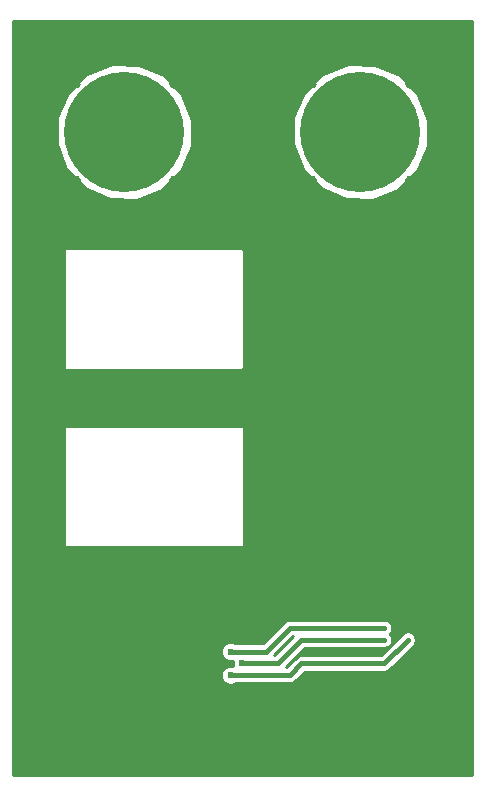
<source format=gtl>
G04 #@! TF.FileFunction,Copper,L1,Top,Signal*
%FSLAX46Y46*%
G04 Gerber Fmt 4.6, Leading zero omitted, Abs format (unit mm)*
G04 Created by KiCad (PCBNEW 4.0.2+dfsg1-stable) date Tue 20 Nov 2018 02:17:26 PM EST*
%MOMM*%
G01*
G04 APERTURE LIST*
%ADD10C,0.100000*%
%ADD11C,10.160000*%
%ADD12C,0.600000*%
%ADD13C,0.381000*%
%ADD14C,0.254000*%
G04 APERTURE END LIST*
D10*
D11*
X145000000Y-105000000D03*
X165000000Y-105000000D03*
D12*
X154000000Y-151000000D03*
X155000000Y-150000000D03*
X154000000Y-149000000D03*
D13*
X167000000Y-150000000D02*
X169000000Y-148000000D01*
X160000000Y-150000000D02*
X167000000Y-150000000D01*
X159000000Y-151000000D02*
X160000000Y-150000000D01*
X154000000Y-151000000D02*
X159000000Y-151000000D01*
X167000000Y-148000000D02*
X160000000Y-148000000D01*
X158000000Y-150000000D02*
X155000000Y-150000000D01*
X160000000Y-148000000D02*
X158000000Y-150000000D01*
X157000000Y-149000000D02*
X159000000Y-147000000D01*
X154000000Y-149000000D02*
X157000000Y-149000000D01*
X159000000Y-147000000D02*
X167000000Y-147000000D01*
D14*
G36*
X174417000Y-159417000D02*
X135583000Y-159417000D01*
X135583000Y-149160016D01*
X153191860Y-149160016D01*
X153314611Y-149457097D01*
X153541707Y-149684590D01*
X153838574Y-149807860D01*
X154160016Y-149808140D01*
X154214048Y-149785815D01*
X154192140Y-149838574D01*
X154191860Y-150160016D01*
X154214185Y-150214048D01*
X154161426Y-150192140D01*
X153839984Y-150191860D01*
X153542903Y-150314611D01*
X153315410Y-150541707D01*
X153192140Y-150838574D01*
X153191860Y-151160016D01*
X153314611Y-151457097D01*
X153541707Y-151684590D01*
X153838574Y-151807860D01*
X154160016Y-151808140D01*
X154425366Y-151698500D01*
X159000000Y-151698500D01*
X159267305Y-151645330D01*
X159493914Y-151493914D01*
X160289328Y-150698500D01*
X167000000Y-150698500D01*
X167267305Y-150645330D01*
X167493914Y-150493914D01*
X169493914Y-148493914D01*
X169645330Y-148267305D01*
X169698500Y-148000000D01*
X169645330Y-147732695D01*
X169493914Y-147506086D01*
X169267305Y-147354670D01*
X169000000Y-147301500D01*
X168732695Y-147354670D01*
X168506086Y-147506086D01*
X166710672Y-149301500D01*
X160000000Y-149301500D01*
X159732696Y-149354670D01*
X159506086Y-149506086D01*
X158710672Y-150301500D01*
X158686328Y-150301500D01*
X160289328Y-148698500D01*
X167000000Y-148698500D01*
X167267304Y-148645330D01*
X167493914Y-148493914D01*
X167645330Y-148267304D01*
X167698500Y-148000000D01*
X167645330Y-147732696D01*
X167493914Y-147506086D01*
X167484806Y-147500000D01*
X167493914Y-147493914D01*
X167645330Y-147267304D01*
X167698500Y-147000000D01*
X167645330Y-146732696D01*
X167493914Y-146506086D01*
X167267304Y-146354670D01*
X167000000Y-146301500D01*
X159000000Y-146301500D01*
X158732695Y-146354670D01*
X158506086Y-146506086D01*
X156710672Y-148301500D01*
X154424794Y-148301500D01*
X154161426Y-148192140D01*
X153839984Y-148191860D01*
X153542903Y-148314611D01*
X153315410Y-148541707D01*
X153192140Y-148838574D01*
X153191860Y-149160016D01*
X135583000Y-149160016D01*
X135583000Y-130000000D01*
X139873000Y-130000000D01*
X139873000Y-140000000D01*
X139881685Y-140046159D01*
X139908965Y-140088553D01*
X139950590Y-140116994D01*
X140000000Y-140127000D01*
X155000000Y-140127000D01*
X155046159Y-140118315D01*
X155088553Y-140091035D01*
X155116994Y-140049410D01*
X155127000Y-140000000D01*
X155127000Y-130000000D01*
X155118315Y-129953841D01*
X155091035Y-129911447D01*
X155049410Y-129883006D01*
X155000000Y-129873000D01*
X140000000Y-129873000D01*
X139953841Y-129881685D01*
X139911447Y-129908965D01*
X139883006Y-129950590D01*
X139873000Y-130000000D01*
X135583000Y-130000000D01*
X135583000Y-115000000D01*
X139873000Y-115000000D01*
X139873000Y-125000000D01*
X139881685Y-125046159D01*
X139908965Y-125088553D01*
X139950590Y-125116994D01*
X140000000Y-125127000D01*
X155000000Y-125127000D01*
X155046159Y-125118315D01*
X155088553Y-125091035D01*
X155116994Y-125049410D01*
X155127000Y-125000000D01*
X155127000Y-115000000D01*
X155118315Y-114953841D01*
X155091035Y-114911447D01*
X155049410Y-114883006D01*
X155000000Y-114873000D01*
X140000000Y-114873000D01*
X139953841Y-114881685D01*
X139911447Y-114908965D01*
X139883006Y-114950590D01*
X139873000Y-115000000D01*
X135583000Y-115000000D01*
X135583000Y-106036758D01*
X139266011Y-106036758D01*
X140099235Y-108152142D01*
X140212359Y-108321444D01*
X140903172Y-108917223D01*
X140958962Y-108861433D01*
X141138410Y-109041195D01*
X141082777Y-109096828D01*
X141678556Y-109787641D01*
X143763537Y-110694265D01*
X146036758Y-110733989D01*
X148152142Y-109900765D01*
X148321444Y-109787641D01*
X148917223Y-109096828D01*
X148861433Y-109041038D01*
X149041195Y-108861590D01*
X149096828Y-108917223D01*
X149787641Y-108321444D01*
X150694265Y-106236463D01*
X150697754Y-106036758D01*
X159266011Y-106036758D01*
X160099235Y-108152142D01*
X160212359Y-108321444D01*
X160903172Y-108917223D01*
X160958962Y-108861433D01*
X161138410Y-109041195D01*
X161082777Y-109096828D01*
X161678556Y-109787641D01*
X163763537Y-110694265D01*
X166036758Y-110733989D01*
X168152142Y-109900765D01*
X168321444Y-109787641D01*
X168917223Y-109096828D01*
X168861433Y-109041038D01*
X169041195Y-108861590D01*
X169096828Y-108917223D01*
X169787641Y-108321444D01*
X170694265Y-106236463D01*
X170733989Y-103963242D01*
X169900765Y-101847858D01*
X169787641Y-101678556D01*
X169096828Y-101082777D01*
X169041038Y-101138567D01*
X168861590Y-100958805D01*
X168917223Y-100903172D01*
X168321444Y-100212359D01*
X166236463Y-99305735D01*
X163963242Y-99266011D01*
X161847858Y-100099235D01*
X161678556Y-100212359D01*
X161082777Y-100903172D01*
X161138567Y-100958962D01*
X160958805Y-101138410D01*
X160903172Y-101082777D01*
X160212359Y-101678556D01*
X159305735Y-103763537D01*
X159266011Y-106036758D01*
X150697754Y-106036758D01*
X150733989Y-103963242D01*
X149900765Y-101847858D01*
X149787641Y-101678556D01*
X149096828Y-101082777D01*
X149041038Y-101138567D01*
X148861590Y-100958805D01*
X148917223Y-100903172D01*
X148321444Y-100212359D01*
X146236463Y-99305735D01*
X143963242Y-99266011D01*
X141847858Y-100099235D01*
X141678556Y-100212359D01*
X141082777Y-100903172D01*
X141138567Y-100958962D01*
X140958805Y-101138410D01*
X140903172Y-101082777D01*
X140212359Y-101678556D01*
X139305735Y-103763537D01*
X139266011Y-106036758D01*
X135583000Y-106036758D01*
X135583000Y-95583000D01*
X174417000Y-95583000D01*
X174417000Y-159417000D01*
X174417000Y-159417000D01*
G37*
X174417000Y-159417000D02*
X135583000Y-159417000D01*
X135583000Y-149160016D01*
X153191860Y-149160016D01*
X153314611Y-149457097D01*
X153541707Y-149684590D01*
X153838574Y-149807860D01*
X154160016Y-149808140D01*
X154214048Y-149785815D01*
X154192140Y-149838574D01*
X154191860Y-150160016D01*
X154214185Y-150214048D01*
X154161426Y-150192140D01*
X153839984Y-150191860D01*
X153542903Y-150314611D01*
X153315410Y-150541707D01*
X153192140Y-150838574D01*
X153191860Y-151160016D01*
X153314611Y-151457097D01*
X153541707Y-151684590D01*
X153838574Y-151807860D01*
X154160016Y-151808140D01*
X154425366Y-151698500D01*
X159000000Y-151698500D01*
X159267305Y-151645330D01*
X159493914Y-151493914D01*
X160289328Y-150698500D01*
X167000000Y-150698500D01*
X167267305Y-150645330D01*
X167493914Y-150493914D01*
X169493914Y-148493914D01*
X169645330Y-148267305D01*
X169698500Y-148000000D01*
X169645330Y-147732695D01*
X169493914Y-147506086D01*
X169267305Y-147354670D01*
X169000000Y-147301500D01*
X168732695Y-147354670D01*
X168506086Y-147506086D01*
X166710672Y-149301500D01*
X160000000Y-149301500D01*
X159732696Y-149354670D01*
X159506086Y-149506086D01*
X158710672Y-150301500D01*
X158686328Y-150301500D01*
X160289328Y-148698500D01*
X167000000Y-148698500D01*
X167267304Y-148645330D01*
X167493914Y-148493914D01*
X167645330Y-148267304D01*
X167698500Y-148000000D01*
X167645330Y-147732696D01*
X167493914Y-147506086D01*
X167484806Y-147500000D01*
X167493914Y-147493914D01*
X167645330Y-147267304D01*
X167698500Y-147000000D01*
X167645330Y-146732696D01*
X167493914Y-146506086D01*
X167267304Y-146354670D01*
X167000000Y-146301500D01*
X159000000Y-146301500D01*
X158732695Y-146354670D01*
X158506086Y-146506086D01*
X156710672Y-148301500D01*
X154424794Y-148301500D01*
X154161426Y-148192140D01*
X153839984Y-148191860D01*
X153542903Y-148314611D01*
X153315410Y-148541707D01*
X153192140Y-148838574D01*
X153191860Y-149160016D01*
X135583000Y-149160016D01*
X135583000Y-130000000D01*
X139873000Y-130000000D01*
X139873000Y-140000000D01*
X139881685Y-140046159D01*
X139908965Y-140088553D01*
X139950590Y-140116994D01*
X140000000Y-140127000D01*
X155000000Y-140127000D01*
X155046159Y-140118315D01*
X155088553Y-140091035D01*
X155116994Y-140049410D01*
X155127000Y-140000000D01*
X155127000Y-130000000D01*
X155118315Y-129953841D01*
X155091035Y-129911447D01*
X155049410Y-129883006D01*
X155000000Y-129873000D01*
X140000000Y-129873000D01*
X139953841Y-129881685D01*
X139911447Y-129908965D01*
X139883006Y-129950590D01*
X139873000Y-130000000D01*
X135583000Y-130000000D01*
X135583000Y-115000000D01*
X139873000Y-115000000D01*
X139873000Y-125000000D01*
X139881685Y-125046159D01*
X139908965Y-125088553D01*
X139950590Y-125116994D01*
X140000000Y-125127000D01*
X155000000Y-125127000D01*
X155046159Y-125118315D01*
X155088553Y-125091035D01*
X155116994Y-125049410D01*
X155127000Y-125000000D01*
X155127000Y-115000000D01*
X155118315Y-114953841D01*
X155091035Y-114911447D01*
X155049410Y-114883006D01*
X155000000Y-114873000D01*
X140000000Y-114873000D01*
X139953841Y-114881685D01*
X139911447Y-114908965D01*
X139883006Y-114950590D01*
X139873000Y-115000000D01*
X135583000Y-115000000D01*
X135583000Y-106036758D01*
X139266011Y-106036758D01*
X140099235Y-108152142D01*
X140212359Y-108321444D01*
X140903172Y-108917223D01*
X140958962Y-108861433D01*
X141138410Y-109041195D01*
X141082777Y-109096828D01*
X141678556Y-109787641D01*
X143763537Y-110694265D01*
X146036758Y-110733989D01*
X148152142Y-109900765D01*
X148321444Y-109787641D01*
X148917223Y-109096828D01*
X148861433Y-109041038D01*
X149041195Y-108861590D01*
X149096828Y-108917223D01*
X149787641Y-108321444D01*
X150694265Y-106236463D01*
X150697754Y-106036758D01*
X159266011Y-106036758D01*
X160099235Y-108152142D01*
X160212359Y-108321444D01*
X160903172Y-108917223D01*
X160958962Y-108861433D01*
X161138410Y-109041195D01*
X161082777Y-109096828D01*
X161678556Y-109787641D01*
X163763537Y-110694265D01*
X166036758Y-110733989D01*
X168152142Y-109900765D01*
X168321444Y-109787641D01*
X168917223Y-109096828D01*
X168861433Y-109041038D01*
X169041195Y-108861590D01*
X169096828Y-108917223D01*
X169787641Y-108321444D01*
X170694265Y-106236463D01*
X170733989Y-103963242D01*
X169900765Y-101847858D01*
X169787641Y-101678556D01*
X169096828Y-101082777D01*
X169041038Y-101138567D01*
X168861590Y-100958805D01*
X168917223Y-100903172D01*
X168321444Y-100212359D01*
X166236463Y-99305735D01*
X163963242Y-99266011D01*
X161847858Y-100099235D01*
X161678556Y-100212359D01*
X161082777Y-100903172D01*
X161138567Y-100958962D01*
X160958805Y-101138410D01*
X160903172Y-101082777D01*
X160212359Y-101678556D01*
X159305735Y-103763537D01*
X159266011Y-106036758D01*
X150697754Y-106036758D01*
X150733989Y-103963242D01*
X149900765Y-101847858D01*
X149787641Y-101678556D01*
X149096828Y-101082777D01*
X149041038Y-101138567D01*
X148861590Y-100958805D01*
X148917223Y-100903172D01*
X148321444Y-100212359D01*
X146236463Y-99305735D01*
X143963242Y-99266011D01*
X141847858Y-100099235D01*
X141678556Y-100212359D01*
X141082777Y-100903172D01*
X141138567Y-100958962D01*
X140958805Y-101138410D01*
X140903172Y-101082777D01*
X140212359Y-101678556D01*
X139305735Y-103763537D01*
X139266011Y-106036758D01*
X135583000Y-106036758D01*
X135583000Y-95583000D01*
X174417000Y-95583000D01*
X174417000Y-159417000D01*
G36*
X157710672Y-149301500D02*
X157686328Y-149301500D01*
X159289328Y-147698500D01*
X159313672Y-147698500D01*
X157710672Y-149301500D01*
X157710672Y-149301500D01*
G37*
X157710672Y-149301500D02*
X157686328Y-149301500D01*
X159289328Y-147698500D01*
X159313672Y-147698500D01*
X157710672Y-149301500D01*
M02*

</source>
